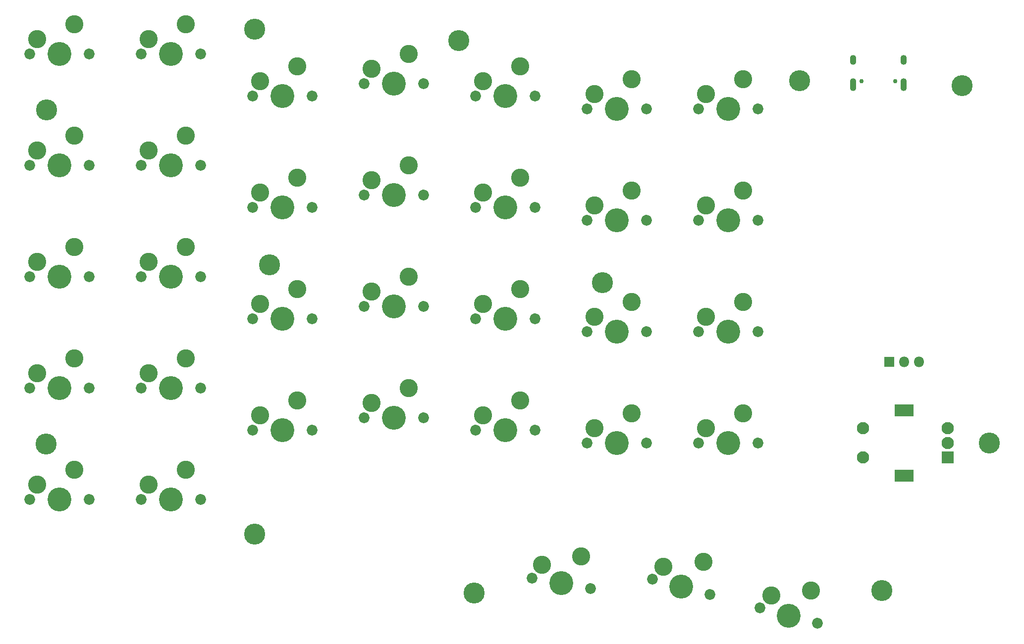
<source format=gts>
G04 #@! TF.GenerationSoftware,KiCad,Pcbnew,(5.1.6)-1*
G04 #@! TF.CreationDate,2020-07-25T12:49:49+03:00*
G04 #@! TF.ProjectId,ergo33,6572676f-3333-42e6-9b69-6361645f7063,rev?*
G04 #@! TF.SameCoordinates,Original*
G04 #@! TF.FileFunction,Soldermask,Top*
G04 #@! TF.FilePolarity,Negative*
%FSLAX46Y46*%
G04 Gerber Fmt 4.6, Leading zero omitted, Abs format (unit mm)*
G04 Created by KiCad (PCBNEW (5.1.6)-1) date 2020-07-25 12:49:49*
%MOMM*%
%LPD*%
G01*
G04 APERTURE LIST*
%ADD10C,3.600000*%
%ADD11C,0.750000*%
%ADD12O,1.100000X2.200000*%
%ADD13O,1.100000X1.700000*%
%ADD14C,3.100000*%
%ADD15C,4.087800*%
%ADD16C,1.850000*%
%ADD17C,2.100000*%
%ADD18R,3.300000X2.100000*%
%ADD19R,2.100000X2.100000*%
%ADD20R,1.800000X1.800000*%
%ADD21O,1.800000X1.800000*%
G04 APERTURE END LIST*
D10*
X159800000Y-32800000D03*
X126100000Y-67400000D03*
X101600000Y-26000000D03*
X66700000Y-24000000D03*
X69200000Y-64300000D03*
X31100000Y-37800000D03*
X31050000Y-94950000D03*
X66700000Y-110400000D03*
X104200000Y-120500000D03*
X173900000Y-120000000D03*
X192250000Y-94790000D03*
X187600000Y-33700000D03*
D11*
X176144999Y-32950000D03*
X170364999Y-32950000D03*
D12*
X168934999Y-33480000D03*
X177574999Y-33480000D03*
D13*
X168934999Y-29300000D03*
X177574999Y-29300000D03*
D14*
X150177500Y-51607500D03*
D15*
X147637500Y-56687500D03*
D14*
X143827500Y-54147500D03*
D16*
X142557500Y-56687500D03*
X152717500Y-56687500D03*
D14*
X54927500Y-42257500D03*
D15*
X52387500Y-47337500D03*
D14*
X48577500Y-44797500D03*
D16*
X47307500Y-47337500D03*
X57467500Y-47337500D03*
D14*
X112077500Y-49457500D03*
D15*
X109537500Y-54537500D03*
D14*
X105727500Y-51997500D03*
D16*
X104457500Y-54537500D03*
X114617500Y-54537500D03*
D14*
X73977500Y-68507500D03*
D15*
X71437500Y-73587500D03*
D14*
X67627500Y-71047500D03*
D16*
X66357500Y-73587500D03*
X76517500Y-73587500D03*
D17*
X170667500Y-92291250D03*
X170667500Y-97291250D03*
D18*
X177667500Y-89191250D03*
X177667500Y-100391250D03*
D17*
X185167500Y-92291250D03*
X185167500Y-94791250D03*
D19*
X185167500Y-97291250D03*
D14*
X161752002Y-120069247D03*
D15*
X157983750Y-124318750D03*
D14*
X154960973Y-120879198D03*
D16*
X153076847Y-123003949D03*
X162890653Y-125633551D03*
D14*
X143352002Y-115137997D03*
D15*
X139583750Y-119387500D03*
D14*
X136560973Y-115947948D03*
D16*
X134676847Y-118072699D03*
X144490653Y-120702301D03*
D14*
X122446044Y-114225743D03*
D15*
X119062500Y-118787500D03*
D14*
X115751449Y-115624489D03*
D16*
X114059677Y-117905367D03*
X124065323Y-119669633D03*
D14*
X54927500Y-99407500D03*
D15*
X52387500Y-104487500D03*
D14*
X48577500Y-101947500D03*
D16*
X47307500Y-104487500D03*
X57467500Y-104487500D03*
D14*
X35877500Y-99407500D03*
D15*
X33337500Y-104487500D03*
D14*
X29527500Y-101947500D03*
D16*
X28257500Y-104487500D03*
X38417500Y-104487500D03*
D14*
X150177500Y-89707500D03*
D15*
X147637500Y-94787500D03*
D14*
X143827500Y-92247500D03*
D16*
X142557500Y-94787500D03*
X152717500Y-94787500D03*
D14*
X131127500Y-89707500D03*
D15*
X128587500Y-94787500D03*
D14*
X124777500Y-92247500D03*
D16*
X123507500Y-94787500D03*
X133667500Y-94787500D03*
D14*
X112077500Y-87557500D03*
D15*
X109537500Y-92637500D03*
D14*
X105727500Y-90097500D03*
D16*
X104457500Y-92637500D03*
X114617500Y-92637500D03*
D14*
X93027500Y-85407500D03*
D15*
X90487500Y-90487500D03*
D14*
X86677500Y-87947500D03*
D16*
X85407500Y-90487500D03*
X95567500Y-90487500D03*
D14*
X73977500Y-87557500D03*
D15*
X71437500Y-92637500D03*
D14*
X67627500Y-90097500D03*
D16*
X66357500Y-92637500D03*
X76517500Y-92637500D03*
D14*
X54927500Y-80357500D03*
D15*
X52387500Y-85437500D03*
D14*
X48577500Y-82897500D03*
D16*
X47307500Y-85437500D03*
X57467500Y-85437500D03*
D14*
X35877500Y-80357500D03*
D15*
X33337500Y-85437500D03*
D14*
X29527500Y-82897500D03*
D16*
X28257500Y-85437500D03*
X38417500Y-85437500D03*
D14*
X150177500Y-70657500D03*
D15*
X147637500Y-75737500D03*
D14*
X143827500Y-73197500D03*
D16*
X142557500Y-75737500D03*
X152717500Y-75737500D03*
D14*
X131127500Y-70657500D03*
D15*
X128587500Y-75737500D03*
D14*
X124777500Y-73197500D03*
D16*
X123507500Y-75737500D03*
X133667500Y-75737500D03*
D14*
X112077500Y-68507500D03*
D15*
X109537500Y-73587500D03*
D14*
X105727500Y-71047500D03*
D16*
X104457500Y-73587500D03*
X114617500Y-73587500D03*
D14*
X93027500Y-66357500D03*
D15*
X90487500Y-71437500D03*
D14*
X86677500Y-68897500D03*
D16*
X85407500Y-71437500D03*
X95567500Y-71437500D03*
D14*
X54927500Y-61307500D03*
D15*
X52387500Y-66387500D03*
D14*
X48577500Y-63847500D03*
D16*
X47307500Y-66387500D03*
X57467500Y-66387500D03*
D14*
X35877500Y-61307500D03*
D15*
X33337500Y-66387500D03*
D14*
X29527500Y-63847500D03*
D16*
X28257500Y-66387500D03*
X38417500Y-66387500D03*
D14*
X131127500Y-51607500D03*
D15*
X128587500Y-56687500D03*
D14*
X124777500Y-54147500D03*
D16*
X123507500Y-56687500D03*
X133667500Y-56687500D03*
D14*
X93027500Y-47307500D03*
D15*
X90487500Y-52387500D03*
D14*
X86677500Y-49847500D03*
D16*
X85407500Y-52387500D03*
X95567500Y-52387500D03*
D14*
X73977500Y-49457500D03*
D15*
X71437500Y-54537500D03*
D14*
X67627500Y-51997500D03*
D16*
X66357500Y-54537500D03*
X76517500Y-54537500D03*
D14*
X35877500Y-42257500D03*
D15*
X33337500Y-47337500D03*
D14*
X29527500Y-44797500D03*
D16*
X28257500Y-47337500D03*
X38417500Y-47337500D03*
D14*
X150177500Y-32557500D03*
D15*
X147637500Y-37637500D03*
D14*
X143827500Y-35097500D03*
D16*
X142557500Y-37637500D03*
X152717500Y-37637500D03*
D14*
X131127500Y-32557500D03*
D15*
X128587500Y-37637500D03*
D14*
X124777500Y-35097500D03*
D16*
X123507500Y-37637500D03*
X133667500Y-37637500D03*
D14*
X112077500Y-30407500D03*
D15*
X109537500Y-35487500D03*
D14*
X105727500Y-32947500D03*
D16*
X104457500Y-35487500D03*
X114617500Y-35487500D03*
D14*
X93027500Y-28257500D03*
D15*
X90487500Y-33337500D03*
D14*
X86677500Y-30797500D03*
D16*
X85407500Y-33337500D03*
X95567500Y-33337500D03*
D14*
X73977500Y-30407500D03*
D15*
X71437500Y-35487500D03*
D14*
X67627500Y-32947500D03*
D16*
X66357500Y-35487500D03*
X76517500Y-35487500D03*
D14*
X54927500Y-23207500D03*
D15*
X52387500Y-28287500D03*
D14*
X48577500Y-25747500D03*
D16*
X47307500Y-28287500D03*
X57467500Y-28287500D03*
D14*
X35877500Y-23207500D03*
D15*
X33337500Y-28287500D03*
D14*
X29527500Y-25747500D03*
D16*
X28257500Y-28287500D03*
X38417500Y-28287500D03*
D20*
X175142500Y-80900000D03*
D21*
X177682500Y-80900000D03*
X180222500Y-80900000D03*
M02*

</source>
